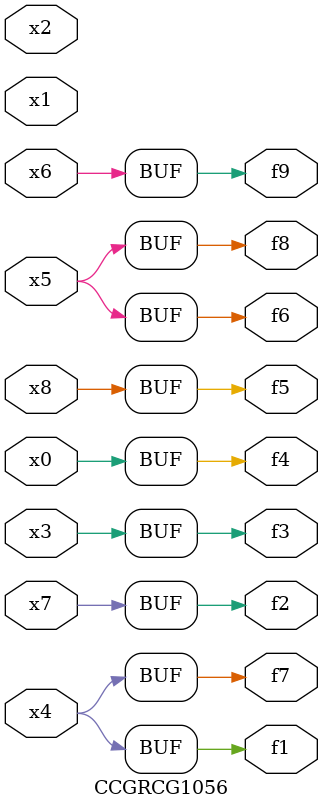
<source format=v>
module CCGRCG1056(
	input x0, x1, x2, x3, x4, x5, x6, x7, x8,
	output f1, f2, f3, f4, f5, f6, f7, f8, f9
);
	assign f1 = x4;
	assign f2 = x7;
	assign f3 = x3;
	assign f4 = x0;
	assign f5 = x8;
	assign f6 = x5;
	assign f7 = x4;
	assign f8 = x5;
	assign f9 = x6;
endmodule

</source>
